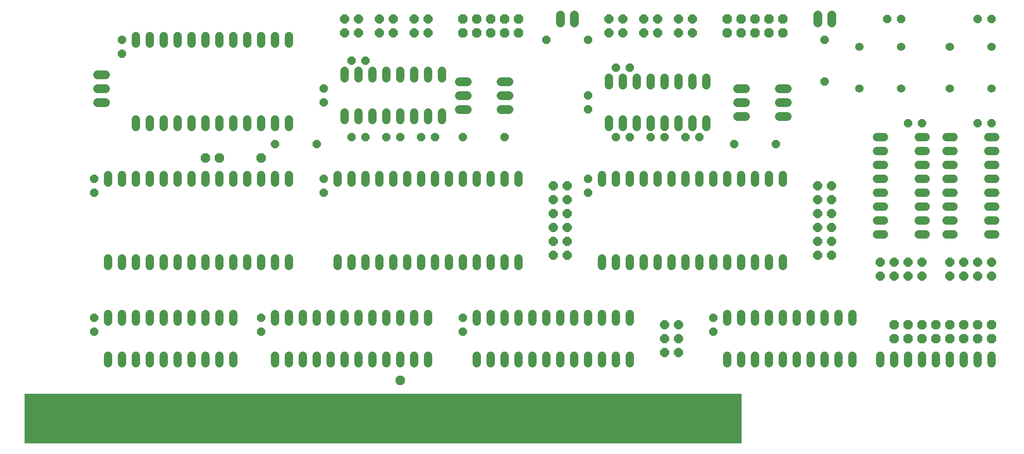
<source format=gbs>
G04 EAGLE Gerber RS-274X export*
G75*
%MOMM*%
%FSLAX34Y34*%
%LPD*%
%INSoldermask Bottom*%
%IPPOS*%
%AMOC8*
5,1,8,0,0,1.08239X$1,22.5*%
G01*
%ADD10R,1.983200X7.823200*%
%ADD11P,1.759533X8X112.500000*%
%ADD12C,1.625600*%
%ADD13P,1.649562X8X202.500000*%
%ADD14P,1.649562X8X292.500000*%
%ADD15C,1.524000*%
%ADD16P,1.649562X8X22.500000*%
%ADD17P,1.649562X8X112.500000*%
%ADD18P,1.759533X8X22.500000*%
%ADD19P,1.869504X8X22.500000*%
%ADD20C,1.524000*%
%ADD21P,1.759533X8X202.500000*%
%ADD22P,1.759533X8X292.500000*%

G36*
X1308120Y-758D02*
X1308120Y-758D01*
X1308139Y-760D01*
X1308241Y-738D01*
X1308343Y-722D01*
X1308360Y-712D01*
X1308380Y-708D01*
X1308469Y-655D01*
X1308560Y-606D01*
X1308574Y-592D01*
X1308591Y-582D01*
X1308658Y-503D01*
X1308730Y-428D01*
X1308738Y-410D01*
X1308751Y-395D01*
X1308790Y-299D01*
X1308833Y-205D01*
X1308835Y-185D01*
X1308843Y-167D01*
X1308861Y0D01*
X1308861Y88900D01*
X1308858Y88920D01*
X1308860Y88939D01*
X1308838Y89041D01*
X1308822Y89143D01*
X1308812Y89160D01*
X1308808Y89180D01*
X1308755Y89269D01*
X1308706Y89360D01*
X1308692Y89374D01*
X1308682Y89391D01*
X1308603Y89458D01*
X1308528Y89530D01*
X1308510Y89538D01*
X1308495Y89551D01*
X1308399Y89590D01*
X1308305Y89633D01*
X1308285Y89635D01*
X1308267Y89643D01*
X1308100Y89661D01*
X0Y89661D01*
X-20Y89658D01*
X-39Y89660D01*
X-141Y89638D01*
X-243Y89622D01*
X-260Y89612D01*
X-280Y89608D01*
X-369Y89555D01*
X-460Y89506D01*
X-474Y89492D01*
X-491Y89482D01*
X-558Y89403D01*
X-630Y89328D01*
X-638Y89310D01*
X-651Y89295D01*
X-690Y89199D01*
X-733Y89105D01*
X-735Y89085D01*
X-743Y89067D01*
X-761Y88900D01*
X-761Y0D01*
X-758Y-20D01*
X-760Y-39D01*
X-738Y-141D01*
X-722Y-243D01*
X-712Y-260D01*
X-708Y-280D01*
X-655Y-369D01*
X-606Y-460D01*
X-592Y-474D01*
X-582Y-491D01*
X-503Y-558D01*
X-428Y-630D01*
X-410Y-638D01*
X-395Y-651D01*
X-299Y-690D01*
X-205Y-733D01*
X-185Y-735D01*
X-167Y-743D01*
X0Y-761D01*
X1308100Y-761D01*
X1308120Y-758D01*
G37*
D10*
X33380Y40872D03*
X58780Y40872D03*
X84180Y40872D03*
X109580Y40872D03*
X134980Y40872D03*
X160380Y40872D03*
X185780Y40872D03*
X211180Y40872D03*
X236580Y40872D03*
X261980Y40872D03*
X287380Y40872D03*
X312780Y40872D03*
X338180Y40872D03*
X363580Y40872D03*
X388980Y40872D03*
X414380Y40872D03*
X439780Y40872D03*
X465180Y40872D03*
X490580Y40872D03*
X515980Y40872D03*
X541380Y40872D03*
X566780Y40872D03*
X592180Y40872D03*
X617580Y40872D03*
X642980Y40872D03*
X668380Y40872D03*
X693780Y40872D03*
X719180Y40872D03*
X744580Y40872D03*
X769980Y40872D03*
X795380Y40872D03*
X820780Y40872D03*
X846180Y40872D03*
X871580Y40872D03*
X896980Y40872D03*
X922380Y40872D03*
X947780Y40872D03*
X973180Y40872D03*
X998580Y40872D03*
X1023980Y40872D03*
X1049380Y40872D03*
X1074780Y40872D03*
X1100180Y40872D03*
X1125580Y40872D03*
X1150980Y40872D03*
X1176380Y40872D03*
X1201780Y40872D03*
X1227180Y40872D03*
X1252580Y40872D03*
X1277980Y40872D03*
D11*
X1193800Y165100D03*
X1168400Y165100D03*
X1193800Y190500D03*
X1168400Y190500D03*
X1193800Y215900D03*
X1168400Y215900D03*
D12*
X1003300Y767588D02*
X1003300Y781812D01*
X977900Y781812D02*
X977900Y767588D01*
X1473200Y767588D02*
X1473200Y781812D01*
X1447800Y781812D02*
X1447800Y767588D01*
D13*
X1028700Y736600D03*
X952500Y736600D03*
D14*
X1460500Y736600D03*
X1460500Y660400D03*
D15*
X152400Y336804D02*
X152400Y323596D01*
X177800Y323596D02*
X177800Y336804D01*
X203200Y336804D02*
X203200Y323596D01*
X228600Y323596D02*
X228600Y336804D01*
X254000Y336804D02*
X254000Y323596D01*
X279400Y323596D02*
X279400Y336804D01*
X304800Y336804D02*
X304800Y323596D01*
X330200Y323596D02*
X330200Y336804D01*
X355600Y336804D02*
X355600Y323596D01*
X381000Y323596D02*
X381000Y336804D01*
X406400Y336804D02*
X406400Y323596D01*
X431800Y323596D02*
X431800Y336804D01*
X457200Y336804D02*
X457200Y323596D01*
X482600Y323596D02*
X482600Y336804D01*
X482600Y475996D02*
X482600Y489204D01*
X457200Y489204D02*
X457200Y475996D01*
X431800Y475996D02*
X431800Y489204D01*
X406400Y489204D02*
X406400Y475996D01*
X381000Y475996D02*
X381000Y489204D01*
X355600Y489204D02*
X355600Y475996D01*
X330200Y475996D02*
X330200Y489204D01*
X304800Y489204D02*
X304800Y475996D01*
X279400Y475996D02*
X279400Y489204D01*
X254000Y489204D02*
X254000Y475996D01*
X228600Y475996D02*
X228600Y489204D01*
X203200Y489204D02*
X203200Y475996D01*
X177800Y475996D02*
X177800Y489204D01*
X152400Y489204D02*
X152400Y475996D01*
D12*
X146812Y622300D02*
X132588Y622300D01*
X132588Y647700D02*
X146812Y647700D01*
X146812Y673100D02*
X132588Y673100D01*
D15*
X203200Y590804D02*
X203200Y577596D01*
X228600Y577596D02*
X228600Y590804D01*
X254000Y590804D02*
X254000Y577596D01*
X279400Y577596D02*
X279400Y590804D01*
X304800Y590804D02*
X304800Y577596D01*
X330200Y577596D02*
X330200Y590804D01*
X355600Y590804D02*
X355600Y577596D01*
X381000Y577596D02*
X381000Y590804D01*
X406400Y590804D02*
X406400Y577596D01*
X431800Y577596D02*
X431800Y590804D01*
X457200Y590804D02*
X457200Y577596D01*
X482600Y577596D02*
X482600Y590804D01*
X482600Y729996D02*
X482600Y743204D01*
X457200Y743204D02*
X457200Y729996D01*
X431800Y729996D02*
X431800Y743204D01*
X406400Y743204D02*
X406400Y729996D01*
X381000Y729996D02*
X381000Y743204D01*
X355600Y743204D02*
X355600Y729996D01*
X330200Y729996D02*
X330200Y743204D01*
X304800Y743204D02*
X304800Y729996D01*
X279400Y729996D02*
X279400Y743204D01*
X254000Y743204D02*
X254000Y729996D01*
X228600Y729996D02*
X228600Y743204D01*
X203200Y743204D02*
X203200Y729996D01*
D16*
X457200Y546100D03*
X533400Y546100D03*
D15*
X571500Y336804D02*
X571500Y323596D01*
X596900Y323596D02*
X596900Y336804D01*
X622300Y336804D02*
X622300Y323596D01*
X647700Y323596D02*
X647700Y336804D01*
X673100Y336804D02*
X673100Y323596D01*
X698500Y323596D02*
X698500Y336804D01*
X723900Y336804D02*
X723900Y323596D01*
X749300Y323596D02*
X749300Y336804D01*
X774700Y336804D02*
X774700Y323596D01*
X800100Y323596D02*
X800100Y336804D01*
X825500Y336804D02*
X825500Y323596D01*
X850900Y323596D02*
X850900Y336804D01*
X876300Y336804D02*
X876300Y323596D01*
X901700Y323596D02*
X901700Y336804D01*
X901700Y475996D02*
X901700Y489204D01*
X876300Y489204D02*
X876300Y475996D01*
X850900Y475996D02*
X850900Y489204D01*
X825500Y489204D02*
X825500Y475996D01*
X800100Y475996D02*
X800100Y489204D01*
X774700Y489204D02*
X774700Y475996D01*
X749300Y475996D02*
X749300Y489204D01*
X723900Y489204D02*
X723900Y475996D01*
X698500Y475996D02*
X698500Y489204D01*
X673100Y489204D02*
X673100Y475996D01*
X647700Y475996D02*
X647700Y489204D01*
X622300Y489204D02*
X622300Y475996D01*
X596900Y475996D02*
X596900Y489204D01*
X571500Y489204D02*
X571500Y475996D01*
D12*
X869188Y609600D02*
X883412Y609600D01*
X883412Y635000D02*
X869188Y635000D01*
X869188Y660400D02*
X883412Y660400D01*
D13*
X876300Y558800D03*
X800100Y558800D03*
D12*
X807212Y609600D02*
X792988Y609600D01*
X792988Y635000D02*
X807212Y635000D01*
X807212Y660400D02*
X792988Y660400D01*
D15*
X584200Y603504D02*
X584200Y590296D01*
X609600Y590296D02*
X609600Y603504D01*
X736600Y603504D02*
X736600Y590296D01*
X762000Y590296D02*
X762000Y603504D01*
X635000Y603504D02*
X635000Y590296D01*
X660400Y590296D02*
X660400Y603504D01*
X711200Y603504D02*
X711200Y590296D01*
X685800Y590296D02*
X685800Y603504D01*
X762000Y666496D02*
X762000Y679704D01*
X736600Y679704D02*
X736600Y666496D01*
X711200Y666496D02*
X711200Y679704D01*
X685800Y679704D02*
X685800Y666496D01*
X660400Y666496D02*
X660400Y679704D01*
X635000Y679704D02*
X635000Y666496D01*
X609600Y666496D02*
X609600Y679704D01*
X584200Y679704D02*
X584200Y666496D01*
D16*
X596900Y558800D03*
X622300Y558800D03*
X660400Y558800D03*
X685800Y558800D03*
D17*
X546100Y622300D03*
X546100Y647700D03*
D13*
X749300Y558800D03*
X723900Y558800D03*
D16*
X596900Y698500D03*
X622300Y698500D03*
D18*
X584200Y749300D03*
X609600Y749300D03*
X584200Y774700D03*
X609600Y774700D03*
X647700Y749300D03*
X673100Y749300D03*
X647700Y774700D03*
X673100Y774700D03*
X711200Y749300D03*
X736600Y749300D03*
X711200Y774700D03*
X736600Y774700D03*
D19*
X800100Y749300D03*
X825500Y749300D03*
X850900Y749300D03*
X876300Y749300D03*
X901700Y749300D03*
X800100Y774700D03*
X825500Y774700D03*
X850900Y774700D03*
X876300Y774700D03*
X901700Y774700D03*
D15*
X1054100Y336804D02*
X1054100Y323596D01*
X1079500Y323596D02*
X1079500Y336804D01*
X1104900Y336804D02*
X1104900Y323596D01*
X1130300Y323596D02*
X1130300Y336804D01*
X1155700Y336804D02*
X1155700Y323596D01*
X1181100Y323596D02*
X1181100Y336804D01*
X1206500Y336804D02*
X1206500Y323596D01*
X1231900Y323596D02*
X1231900Y336804D01*
X1257300Y336804D02*
X1257300Y323596D01*
X1282700Y323596D02*
X1282700Y336804D01*
X1308100Y336804D02*
X1308100Y323596D01*
X1333500Y323596D02*
X1333500Y336804D01*
X1358900Y336804D02*
X1358900Y323596D01*
X1384300Y323596D02*
X1384300Y336804D01*
X1384300Y475996D02*
X1384300Y489204D01*
X1358900Y489204D02*
X1358900Y475996D01*
X1333500Y475996D02*
X1333500Y489204D01*
X1308100Y489204D02*
X1308100Y475996D01*
X1282700Y475996D02*
X1282700Y489204D01*
X1257300Y489204D02*
X1257300Y475996D01*
X1231900Y475996D02*
X1231900Y489204D01*
X1206500Y489204D02*
X1206500Y475996D01*
X1181100Y475996D02*
X1181100Y489204D01*
X1155700Y489204D02*
X1155700Y475996D01*
X1130300Y475996D02*
X1130300Y489204D01*
X1104900Y489204D02*
X1104900Y475996D01*
X1079500Y475996D02*
X1079500Y489204D01*
X1054100Y489204D02*
X1054100Y475996D01*
D12*
X1377188Y596900D02*
X1391412Y596900D01*
X1391412Y622300D02*
X1377188Y622300D01*
X1377188Y647700D02*
X1391412Y647700D01*
D16*
X1295400Y546100D03*
X1371600Y546100D03*
D12*
X1315212Y596900D02*
X1300988Y596900D01*
X1300988Y622300D02*
X1315212Y622300D01*
X1315212Y647700D02*
X1300988Y647700D01*
D15*
X1066800Y590804D02*
X1066800Y577596D01*
X1092200Y577596D02*
X1092200Y590804D01*
X1219200Y590804D02*
X1219200Y577596D01*
X1244600Y577596D02*
X1244600Y590804D01*
X1117600Y590804D02*
X1117600Y577596D01*
X1143000Y577596D02*
X1143000Y590804D01*
X1193800Y590804D02*
X1193800Y577596D01*
X1168400Y577596D02*
X1168400Y590804D01*
X1244600Y653796D02*
X1244600Y667004D01*
X1219200Y667004D02*
X1219200Y653796D01*
X1193800Y653796D02*
X1193800Y667004D01*
X1168400Y667004D02*
X1168400Y653796D01*
X1143000Y653796D02*
X1143000Y667004D01*
X1117600Y667004D02*
X1117600Y653796D01*
X1092200Y653796D02*
X1092200Y667004D01*
X1066800Y667004D02*
X1066800Y653796D01*
D16*
X1079500Y558800D03*
X1104900Y558800D03*
X1143000Y558800D03*
X1168400Y558800D03*
D17*
X1028700Y609600D03*
X1028700Y635000D03*
D13*
X1231900Y558800D03*
X1206500Y558800D03*
D16*
X1079500Y685800D03*
X1104900Y685800D03*
D18*
X1066800Y749300D03*
X1092200Y749300D03*
X1066800Y774700D03*
X1092200Y774700D03*
X1130300Y749300D03*
X1155700Y749300D03*
X1130300Y774700D03*
X1155700Y774700D03*
X1193800Y749300D03*
X1219200Y749300D03*
X1193800Y774700D03*
X1219200Y774700D03*
D19*
X1282700Y749300D03*
X1308100Y749300D03*
X1333500Y749300D03*
X1358900Y749300D03*
X1384300Y749300D03*
X1282700Y774700D03*
X1308100Y774700D03*
X1333500Y774700D03*
X1358900Y774700D03*
X1384300Y774700D03*
D15*
X825500Y159004D02*
X825500Y145796D01*
X850900Y145796D02*
X850900Y159004D01*
X876300Y159004D02*
X876300Y145796D01*
X901700Y145796D02*
X901700Y159004D01*
X927100Y159004D02*
X927100Y145796D01*
X952500Y145796D02*
X952500Y159004D01*
X977900Y159004D02*
X977900Y145796D01*
X1003300Y145796D02*
X1003300Y159004D01*
X1028700Y159004D02*
X1028700Y145796D01*
X1054100Y145796D02*
X1054100Y159004D01*
X1079500Y159004D02*
X1079500Y145796D01*
X1104900Y145796D02*
X1104900Y159004D01*
X1104900Y221996D02*
X1104900Y235204D01*
X1079500Y235204D02*
X1079500Y221996D01*
X1054100Y221996D02*
X1054100Y235204D01*
X1028700Y235204D02*
X1028700Y221996D01*
X1003300Y221996D02*
X1003300Y235204D01*
X977900Y235204D02*
X977900Y221996D01*
X952500Y221996D02*
X952500Y235204D01*
X927100Y235204D02*
X927100Y221996D01*
X901700Y221996D02*
X901700Y235204D01*
X876300Y235204D02*
X876300Y221996D01*
X850900Y221996D02*
X850900Y235204D01*
X825500Y235204D02*
X825500Y221996D01*
X152400Y159004D02*
X152400Y145796D01*
X177800Y145796D02*
X177800Y159004D01*
X304800Y159004D02*
X304800Y145796D01*
X330200Y145796D02*
X330200Y159004D01*
X203200Y159004D02*
X203200Y145796D01*
X228600Y145796D02*
X228600Y159004D01*
X279400Y159004D02*
X279400Y145796D01*
X254000Y145796D02*
X254000Y159004D01*
X355600Y159004D02*
X355600Y145796D01*
X381000Y145796D02*
X381000Y159004D01*
X381000Y221996D02*
X381000Y235204D01*
X355600Y235204D02*
X355600Y221996D01*
X330200Y221996D02*
X330200Y235204D01*
X304800Y235204D02*
X304800Y221996D01*
X279400Y221996D02*
X279400Y235204D01*
X254000Y235204D02*
X254000Y221996D01*
X228600Y221996D02*
X228600Y235204D01*
X203200Y235204D02*
X203200Y221996D01*
X177800Y221996D02*
X177800Y235204D01*
X152400Y235204D02*
X152400Y221996D01*
D20*
X1689100Y647700D03*
X1765300Y647700D03*
X1765300Y723900D03*
X1689100Y723900D03*
D15*
X1682496Y558800D02*
X1695704Y558800D01*
X1695704Y533400D02*
X1682496Y533400D01*
X1682496Y406400D02*
X1695704Y406400D01*
X1695704Y381000D02*
X1682496Y381000D01*
X1682496Y508000D02*
X1695704Y508000D01*
X1695704Y482600D02*
X1682496Y482600D01*
X1682496Y431800D02*
X1695704Y431800D01*
X1695704Y457200D02*
X1682496Y457200D01*
X1758696Y381000D02*
X1771904Y381000D01*
X1771904Y406400D02*
X1758696Y406400D01*
X1758696Y431800D02*
X1771904Y431800D01*
X1771904Y457200D02*
X1758696Y457200D01*
X1758696Y482600D02*
X1771904Y482600D01*
X1771904Y508000D02*
X1758696Y508000D01*
X1758696Y533400D02*
X1771904Y533400D01*
X1771904Y558800D02*
X1758696Y558800D01*
D21*
X1765300Y330200D03*
X1765300Y304800D03*
X1739900Y330200D03*
X1739900Y304800D03*
X1714500Y330200D03*
X1714500Y304800D03*
X1689100Y304800D03*
X1689100Y330200D03*
X1638300Y330200D03*
X1638300Y304800D03*
X1612900Y330200D03*
X1612900Y304800D03*
X1587500Y330200D03*
X1587500Y304800D03*
X1562100Y304800D03*
X1562100Y330200D03*
D20*
X1524000Y647700D03*
X1600200Y647700D03*
X1600200Y723900D03*
X1524000Y723900D03*
D15*
X1555496Y558800D02*
X1568704Y558800D01*
X1568704Y533400D02*
X1555496Y533400D01*
X1555496Y406400D02*
X1568704Y406400D01*
X1568704Y381000D02*
X1555496Y381000D01*
X1555496Y508000D02*
X1568704Y508000D01*
X1568704Y482600D02*
X1555496Y482600D01*
X1555496Y431800D02*
X1568704Y431800D01*
X1568704Y457200D02*
X1555496Y457200D01*
X1631696Y381000D02*
X1644904Y381000D01*
X1644904Y406400D02*
X1631696Y406400D01*
X1631696Y431800D02*
X1644904Y431800D01*
X1644904Y457200D02*
X1631696Y457200D01*
X1631696Y482600D02*
X1644904Y482600D01*
X1644904Y508000D02*
X1631696Y508000D01*
X1631696Y533400D02*
X1644904Y533400D01*
X1644904Y558800D02*
X1631696Y558800D01*
D22*
X965200Y469900D03*
X990600Y469900D03*
X965200Y444500D03*
X990600Y444500D03*
X965200Y419100D03*
X990600Y419100D03*
X965200Y393700D03*
X990600Y393700D03*
X965200Y368300D03*
X990600Y368300D03*
X965200Y342900D03*
X990600Y342900D03*
X1447800Y469900D03*
X1473200Y469900D03*
X1447800Y444500D03*
X1473200Y444500D03*
X1447800Y419100D03*
X1473200Y419100D03*
X1447800Y393700D03*
X1473200Y393700D03*
X1447800Y368300D03*
X1473200Y368300D03*
X1447800Y342900D03*
X1473200Y342900D03*
D14*
X127000Y482600D03*
X127000Y457200D03*
X546100Y482600D03*
X546100Y457200D03*
X177800Y736600D03*
X177800Y711200D03*
X127000Y228600D03*
X127000Y203200D03*
X431800Y228600D03*
X431800Y203200D03*
X800100Y228600D03*
X800100Y203200D03*
X1028700Y482600D03*
X1028700Y457200D03*
D13*
X1638300Y584200D03*
X1612900Y584200D03*
X1765300Y584200D03*
X1739900Y584200D03*
X1765300Y774700D03*
X1739900Y774700D03*
X1600200Y774700D03*
X1574800Y774700D03*
D15*
X1282700Y159004D02*
X1282700Y145796D01*
X1308100Y145796D02*
X1308100Y159004D01*
X1435100Y159004D02*
X1435100Y145796D01*
X1460500Y145796D02*
X1460500Y159004D01*
X1333500Y159004D02*
X1333500Y145796D01*
X1358900Y145796D02*
X1358900Y159004D01*
X1409700Y159004D02*
X1409700Y145796D01*
X1384300Y145796D02*
X1384300Y159004D01*
X1485900Y159004D02*
X1485900Y145796D01*
X1511300Y145796D02*
X1511300Y159004D01*
X1511300Y221996D02*
X1511300Y235204D01*
X1485900Y235204D02*
X1485900Y221996D01*
X1460500Y221996D02*
X1460500Y235204D01*
X1435100Y235204D02*
X1435100Y221996D01*
X1409700Y221996D02*
X1409700Y235204D01*
X1384300Y235204D02*
X1384300Y221996D01*
X1358900Y221996D02*
X1358900Y235204D01*
X1333500Y235204D02*
X1333500Y221996D01*
X1308100Y221996D02*
X1308100Y235204D01*
X1282700Y235204D02*
X1282700Y221996D01*
D19*
X1587500Y190500D03*
X1612900Y190500D03*
X1638300Y190500D03*
X1663700Y190500D03*
X1689100Y190500D03*
X1714500Y190500D03*
X1587500Y215900D03*
X1612900Y215900D03*
X1638300Y215900D03*
X1663700Y215900D03*
X1689100Y215900D03*
X1714500Y215900D03*
X1739900Y190500D03*
X1765300Y190500D03*
X1739900Y215900D03*
X1765300Y215900D03*
D15*
X1562100Y159004D02*
X1562100Y145796D01*
X1587500Y145796D02*
X1587500Y159004D01*
X1612900Y159004D02*
X1612900Y145796D01*
X1638300Y145796D02*
X1638300Y159004D01*
X1663700Y159004D02*
X1663700Y145796D01*
X1689100Y145796D02*
X1689100Y159004D01*
X1714500Y159004D02*
X1714500Y145796D01*
X1739900Y145796D02*
X1739900Y159004D01*
X1765300Y159004D02*
X1765300Y145796D01*
D14*
X1257300Y228600D03*
X1257300Y203200D03*
D15*
X457200Y159004D02*
X457200Y145796D01*
X482600Y145796D02*
X482600Y159004D01*
X508000Y159004D02*
X508000Y145796D01*
X533400Y145796D02*
X533400Y159004D01*
X558800Y159004D02*
X558800Y145796D01*
X584200Y145796D02*
X584200Y159004D01*
X609600Y159004D02*
X609600Y145796D01*
X635000Y145796D02*
X635000Y159004D01*
X660400Y159004D02*
X660400Y145796D01*
X685800Y145796D02*
X685800Y159004D01*
X711200Y159004D02*
X711200Y145796D01*
X736600Y145796D02*
X736600Y159004D01*
X736600Y221996D02*
X736600Y235204D01*
X711200Y235204D02*
X711200Y221996D01*
X685800Y221996D02*
X685800Y235204D01*
X660400Y235204D02*
X660400Y221996D01*
X635000Y221996D02*
X635000Y235204D01*
X609600Y235204D02*
X609600Y221996D01*
X584200Y221996D02*
X584200Y235204D01*
X558800Y235204D02*
X558800Y221996D01*
X533400Y221996D02*
X533400Y235204D01*
X508000Y235204D02*
X508000Y221996D01*
X482600Y221996D02*
X482600Y235204D01*
X457200Y235204D02*
X457200Y221996D01*
D19*
X685800Y114300D03*
X330200Y520700D03*
X355600Y520700D03*
X431800Y520700D03*
M02*

</source>
